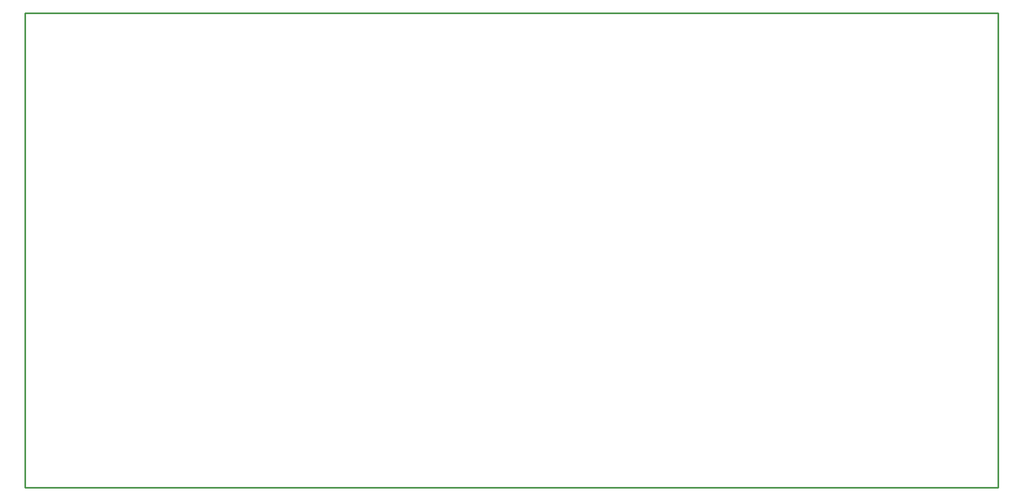
<source format=gko>
G04 Layer: BoardOutlineLayer*
G04 EasyEDA v6.5.28, 2023-05-24 19:42:16*
G04 Gerber Generator version 0.2*
G04 Scale: 100 percent, Rotated: No, Reflected: No *
G04 Dimensions in millimeters *
G04 leading zeros omitted , absolute positions ,4 integer and 5 decimal *
%FSLAX45Y45*%
%MOMM*%

%ADD10C,0.2540*%
D10*
X14579600Y-500126D02*
G01*
X15240000Y-500126D01*
X15240000Y6896100D01*
X14579600Y6899910D02*
G01*
X15240000Y6899910D01*
X14579600Y-500126D02*
G01*
X700023Y-500126D01*
X700023Y6899910D02*
G01*
X14579600Y6899910D01*
X715886Y-500126D02*
G01*
X63500Y-500126D01*
X63500Y6896100D01*
X700023Y6899910D02*
G01*
X63500Y6899910D01*

%LPD*%
M02*

</source>
